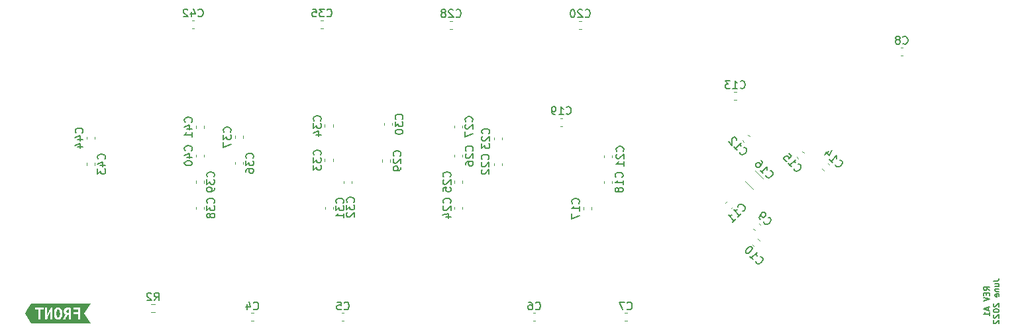
<source format=gbr>
%TF.GenerationSoftware,KiCad,Pcbnew,(6.0.6)*%
%TF.CreationDate,2022-07-10T09:52:36+02:00*%
%TF.ProjectId,GottaGoFaSDZ3,476f7474-6147-46f4-9661-53445a332e6b,rev?*%
%TF.SameCoordinates,Original*%
%TF.FileFunction,Legend,Bot*%
%TF.FilePolarity,Positive*%
%FSLAX46Y46*%
G04 Gerber Fmt 4.6, Leading zero omitted, Abs format (unit mm)*
G04 Created by KiCad (PCBNEW (6.0.6)) date 2022-07-10 09:52:36*
%MOMM*%
%LPD*%
G01*
G04 APERTURE LIST*
%ADD10C,0.150000*%
%ADD11C,0.120000*%
G04 APERTURE END LIST*
D10*
X214821617Y-103754125D02*
X214464474Y-103504125D01*
X214821617Y-103325554D02*
X214071617Y-103325554D01*
X214071617Y-103611268D01*
X214107332Y-103682697D01*
X214143046Y-103718411D01*
X214214474Y-103754125D01*
X214321617Y-103754125D01*
X214393046Y-103718411D01*
X214428760Y-103682697D01*
X214464474Y-103611268D01*
X214464474Y-103325554D01*
X214428760Y-104075554D02*
X214428760Y-104325554D01*
X214821617Y-104432697D02*
X214821617Y-104075554D01*
X214071617Y-104075554D01*
X214071617Y-104432697D01*
X214071617Y-104646983D02*
X214821617Y-104896983D01*
X214071617Y-105146983D01*
X214607332Y-105932697D02*
X214607332Y-106289840D01*
X214821617Y-105861268D02*
X214071617Y-106111268D01*
X214821617Y-106361268D01*
X214821617Y-107004125D02*
X214821617Y-106575554D01*
X214821617Y-106789840D02*
X214071617Y-106789840D01*
X214178760Y-106718411D01*
X214250189Y-106646983D01*
X214285903Y-106575554D01*
X215279117Y-102539840D02*
X215814832Y-102539840D01*
X215921974Y-102504125D01*
X215993403Y-102432697D01*
X216029117Y-102325554D01*
X216029117Y-102254125D01*
X215529117Y-103218411D02*
X216029117Y-103218411D01*
X215529117Y-102896983D02*
X215921974Y-102896983D01*
X215993403Y-102932697D01*
X216029117Y-103004125D01*
X216029117Y-103111268D01*
X215993403Y-103182697D01*
X215957689Y-103218411D01*
X215529117Y-103575554D02*
X216029117Y-103575554D01*
X215600546Y-103575554D02*
X215564832Y-103611268D01*
X215529117Y-103682697D01*
X215529117Y-103789840D01*
X215564832Y-103861268D01*
X215636260Y-103896983D01*
X216029117Y-103896983D01*
X215993403Y-104539840D02*
X216029117Y-104468411D01*
X216029117Y-104325554D01*
X215993403Y-104254125D01*
X215921974Y-104218411D01*
X215636260Y-104218411D01*
X215564832Y-104254125D01*
X215529117Y-104325554D01*
X215529117Y-104468411D01*
X215564832Y-104539840D01*
X215636260Y-104575554D01*
X215707689Y-104575554D01*
X215779117Y-104218411D01*
X215350546Y-105432697D02*
X215314832Y-105468411D01*
X215279117Y-105539840D01*
X215279117Y-105718411D01*
X215314832Y-105789840D01*
X215350546Y-105825554D01*
X215421974Y-105861268D01*
X215493403Y-105861268D01*
X215600546Y-105825554D01*
X216029117Y-105396983D01*
X216029117Y-105861268D01*
X215279117Y-106325554D02*
X215279117Y-106396983D01*
X215314832Y-106468411D01*
X215350546Y-106504125D01*
X215421974Y-106539840D01*
X215564832Y-106575554D01*
X215743403Y-106575554D01*
X215886260Y-106539840D01*
X215957689Y-106504125D01*
X215993403Y-106468411D01*
X216029117Y-106396983D01*
X216029117Y-106325554D01*
X215993403Y-106254125D01*
X215957689Y-106218411D01*
X215886260Y-106182697D01*
X215743403Y-106146983D01*
X215564832Y-106146983D01*
X215421974Y-106182697D01*
X215350546Y-106218411D01*
X215314832Y-106254125D01*
X215279117Y-106325554D01*
X215350546Y-106861268D02*
X215314832Y-106896983D01*
X215279117Y-106968411D01*
X215279117Y-107146983D01*
X215314832Y-107218411D01*
X215350546Y-107254125D01*
X215421974Y-107289840D01*
X215493403Y-107289840D01*
X215600546Y-107254125D01*
X216029117Y-106825554D01*
X216029117Y-107289840D01*
X215350546Y-107575554D02*
X215314832Y-107611268D01*
X215279117Y-107682697D01*
X215279117Y-107861268D01*
X215314832Y-107932697D01*
X215350546Y-107968411D01*
X215421974Y-108004125D01*
X215493403Y-108004125D01*
X215600546Y-107968411D01*
X216029117Y-107539840D01*
X216029117Y-108004125D01*
%TO.C,C16*%
X186224035Y-89015591D02*
X186224035Y-89082935D01*
X186291379Y-89217622D01*
X186358722Y-89284965D01*
X186493409Y-89352309D01*
X186628096Y-89352309D01*
X186729111Y-89318637D01*
X186897470Y-89217622D01*
X186998485Y-89116607D01*
X187099501Y-88948248D01*
X187133172Y-88847233D01*
X187133172Y-88712546D01*
X187065829Y-88577859D01*
X186998485Y-88510515D01*
X186863798Y-88443172D01*
X186796455Y-88443172D01*
X185483256Y-88409500D02*
X185887317Y-88813561D01*
X185685287Y-88611530D02*
X186392394Y-87904423D01*
X186358722Y-88072782D01*
X186358722Y-88207469D01*
X186392394Y-88308484D01*
X185584272Y-87096301D02*
X185718959Y-87230988D01*
X185752630Y-87332004D01*
X185752630Y-87399347D01*
X185718959Y-87567706D01*
X185617943Y-87736065D01*
X185348569Y-88005439D01*
X185247554Y-88039110D01*
X185180211Y-88039110D01*
X185079195Y-88005439D01*
X184944508Y-87870752D01*
X184910837Y-87769736D01*
X184910837Y-87702393D01*
X184944508Y-87601378D01*
X185112867Y-87433019D01*
X185213882Y-87399347D01*
X185281226Y-87399347D01*
X185382241Y-87433019D01*
X185516928Y-87567706D01*
X185550600Y-87668721D01*
X185550600Y-87736065D01*
X185516928Y-87837080D01*
%TO.C,C17*%
X162313854Y-92624219D02*
X162361473Y-92576600D01*
X162409092Y-92433743D01*
X162409092Y-92338505D01*
X162361473Y-92195648D01*
X162266235Y-92100410D01*
X162170997Y-92052791D01*
X161980521Y-92005172D01*
X161837664Y-92005172D01*
X161647188Y-92052791D01*
X161551950Y-92100410D01*
X161456712Y-92195648D01*
X161409092Y-92338505D01*
X161409092Y-92433743D01*
X161456712Y-92576600D01*
X161504331Y-92624219D01*
X162409092Y-93576600D02*
X162409092Y-93005172D01*
X162409092Y-93290886D02*
X161409092Y-93290886D01*
X161551950Y-93195648D01*
X161647188Y-93100410D01*
X161694807Y-93005172D01*
X161409092Y-93909934D02*
X161409092Y-94576600D01*
X162409092Y-94148029D01*
%TO.C,C32*%
X133536611Y-92467432D02*
X133584230Y-92419813D01*
X133631849Y-92276956D01*
X133631849Y-92181718D01*
X133584230Y-92038861D01*
X133488992Y-91943623D01*
X133393754Y-91896004D01*
X133203278Y-91848385D01*
X133060421Y-91848385D01*
X132869945Y-91896004D01*
X132774707Y-91943623D01*
X132679469Y-92038861D01*
X132631849Y-92181718D01*
X132631849Y-92276956D01*
X132679469Y-92419813D01*
X132727088Y-92467432D01*
X132631849Y-92800766D02*
X132631849Y-93419813D01*
X133012802Y-93086480D01*
X133012802Y-93229337D01*
X133060421Y-93324575D01*
X133108040Y-93372194D01*
X133203278Y-93419813D01*
X133441373Y-93419813D01*
X133536611Y-93372194D01*
X133584230Y-93324575D01*
X133631849Y-93229337D01*
X133631849Y-92943623D01*
X133584230Y-92848385D01*
X133536611Y-92800766D01*
X132727088Y-93800766D02*
X132679469Y-93848385D01*
X132631849Y-93943623D01*
X132631849Y-94181718D01*
X132679469Y-94276956D01*
X132727088Y-94324575D01*
X132822326Y-94372194D01*
X132917564Y-94372194D01*
X133060421Y-94324575D01*
X133631849Y-93753147D01*
X133631849Y-94372194D01*
%TO.C,C25*%
X145848011Y-89228632D02*
X145895630Y-89181013D01*
X145943249Y-89038156D01*
X145943249Y-88942918D01*
X145895630Y-88800061D01*
X145800392Y-88704823D01*
X145705154Y-88657204D01*
X145514678Y-88609585D01*
X145371821Y-88609585D01*
X145181345Y-88657204D01*
X145086107Y-88704823D01*
X144990869Y-88800061D01*
X144943249Y-88942918D01*
X144943249Y-89038156D01*
X144990869Y-89181013D01*
X145038488Y-89228632D01*
X145038488Y-89609585D02*
X144990869Y-89657204D01*
X144943249Y-89752442D01*
X144943249Y-89990537D01*
X144990869Y-90085775D01*
X145038488Y-90133394D01*
X145133726Y-90181013D01*
X145228964Y-90181013D01*
X145371821Y-90133394D01*
X145943249Y-89561966D01*
X145943249Y-90181013D01*
X144943249Y-91085775D02*
X144943249Y-90609585D01*
X145419440Y-90561966D01*
X145371821Y-90609585D01*
X145324202Y-90704823D01*
X145324202Y-90942918D01*
X145371821Y-91038156D01*
X145419440Y-91085775D01*
X145514678Y-91133394D01*
X145752773Y-91133394D01*
X145848011Y-91085775D01*
X145895630Y-91038156D01*
X145943249Y-90942918D01*
X145943249Y-90704823D01*
X145895630Y-90609585D01*
X145848011Y-90561966D01*
%TO.C,C22*%
X150743711Y-86981632D02*
X150791330Y-86934013D01*
X150838949Y-86791156D01*
X150838949Y-86695918D01*
X150791330Y-86553061D01*
X150696092Y-86457823D01*
X150600854Y-86410204D01*
X150410378Y-86362585D01*
X150267521Y-86362585D01*
X150077045Y-86410204D01*
X149981807Y-86457823D01*
X149886569Y-86553061D01*
X149838949Y-86695918D01*
X149838949Y-86791156D01*
X149886569Y-86934013D01*
X149934188Y-86981632D01*
X149934188Y-87362585D02*
X149886569Y-87410204D01*
X149838949Y-87505442D01*
X149838949Y-87743537D01*
X149886569Y-87838775D01*
X149934188Y-87886394D01*
X150029426Y-87934013D01*
X150124664Y-87934013D01*
X150267521Y-87886394D01*
X150838949Y-87314966D01*
X150838949Y-87934013D01*
X149934188Y-88314966D02*
X149886569Y-88362585D01*
X149838949Y-88457823D01*
X149838949Y-88695918D01*
X149886569Y-88791156D01*
X149934188Y-88838775D01*
X150029426Y-88886394D01*
X150124664Y-88886394D01*
X150267521Y-88838775D01*
X150838949Y-88267347D01*
X150838949Y-88886394D01*
%TO.C,C12*%
X182862218Y-86027433D02*
X182862218Y-86094777D01*
X182929562Y-86229464D01*
X182996905Y-86296807D01*
X183131592Y-86364151D01*
X183266279Y-86364151D01*
X183367294Y-86330479D01*
X183535653Y-86229464D01*
X183636668Y-86128449D01*
X183737684Y-85960090D01*
X183771355Y-85859075D01*
X183771355Y-85724388D01*
X183704012Y-85589701D01*
X183636668Y-85522357D01*
X183501981Y-85455014D01*
X183434638Y-85455014D01*
X182121439Y-85421342D02*
X182525500Y-85825403D01*
X182323470Y-85623372D02*
X183030577Y-84916265D01*
X182996905Y-85084624D01*
X182996905Y-85219311D01*
X183030577Y-85320326D01*
X182491829Y-84512204D02*
X182491829Y-84444861D01*
X182458157Y-84343846D01*
X182289798Y-84175487D01*
X182188783Y-84141815D01*
X182121439Y-84141815D01*
X182020424Y-84175487D01*
X181953081Y-84242830D01*
X181885737Y-84377517D01*
X181885737Y-85185639D01*
X181448004Y-84747907D01*
%TO.C,C27*%
X148681211Y-82142032D02*
X148728830Y-82094413D01*
X148776449Y-81951556D01*
X148776449Y-81856318D01*
X148728830Y-81713461D01*
X148633592Y-81618223D01*
X148538354Y-81570604D01*
X148347878Y-81522985D01*
X148205021Y-81522985D01*
X148014545Y-81570604D01*
X147919307Y-81618223D01*
X147824069Y-81713461D01*
X147776449Y-81856318D01*
X147776449Y-81951556D01*
X147824069Y-82094413D01*
X147871688Y-82142032D01*
X147871688Y-82522985D02*
X147824069Y-82570604D01*
X147776449Y-82665842D01*
X147776449Y-82903937D01*
X147824069Y-82999175D01*
X147871688Y-83046794D01*
X147966926Y-83094413D01*
X148062164Y-83094413D01*
X148205021Y-83046794D01*
X148776449Y-82475366D01*
X148776449Y-83094413D01*
X147776449Y-83427747D02*
X147776449Y-84094413D01*
X148776449Y-83665842D01*
%TO.C,C10*%
X184908450Y-100021342D02*
X184908450Y-100088686D01*
X184975794Y-100223373D01*
X185043137Y-100290716D01*
X185177824Y-100358060D01*
X185312511Y-100358060D01*
X185413526Y-100324388D01*
X185581885Y-100223373D01*
X185682900Y-100122358D01*
X185783916Y-99953999D01*
X185817587Y-99852984D01*
X185817587Y-99718297D01*
X185750244Y-99583610D01*
X185682900Y-99516266D01*
X185548213Y-99448923D01*
X185480870Y-99448923D01*
X184167671Y-99415251D02*
X184571732Y-99819312D01*
X184369702Y-99617281D02*
X185076809Y-98910174D01*
X185043137Y-99078533D01*
X185043137Y-99213220D01*
X185076809Y-99314235D01*
X184437045Y-98270411D02*
X184369702Y-98203068D01*
X184268687Y-98169396D01*
X184201343Y-98169396D01*
X184100328Y-98203068D01*
X183931969Y-98304083D01*
X183763610Y-98472442D01*
X183662595Y-98640800D01*
X183628923Y-98741816D01*
X183628923Y-98809159D01*
X183662595Y-98910174D01*
X183729939Y-98977518D01*
X183830954Y-99011190D01*
X183898297Y-99011190D01*
X183999313Y-98977518D01*
X184167671Y-98876503D01*
X184336030Y-98708144D01*
X184437045Y-98539785D01*
X184470717Y-98438770D01*
X184470717Y-98371426D01*
X184437045Y-98270411D01*
%TO.C,C13*%
X182948838Y-77829258D02*
X182996457Y-77876877D01*
X183139314Y-77924496D01*
X183234552Y-77924496D01*
X183377409Y-77876877D01*
X183472647Y-77781639D01*
X183520266Y-77686401D01*
X183567885Y-77495925D01*
X183567885Y-77353068D01*
X183520266Y-77162592D01*
X183472647Y-77067354D01*
X183377409Y-76972116D01*
X183234552Y-76924496D01*
X183139314Y-76924496D01*
X182996457Y-76972116D01*
X182948838Y-77019735D01*
X181996457Y-77924496D02*
X182567885Y-77924496D01*
X182282171Y-77924496D02*
X182282171Y-76924496D01*
X182377409Y-77067354D01*
X182472647Y-77162592D01*
X182567885Y-77210211D01*
X181663123Y-76924496D02*
X181044076Y-76924496D01*
X181377409Y-77305449D01*
X181234552Y-77305449D01*
X181139314Y-77353068D01*
X181091695Y-77400687D01*
X181044076Y-77495925D01*
X181044076Y-77734020D01*
X181091695Y-77829258D01*
X181139314Y-77876877D01*
X181234552Y-77924496D01*
X181520266Y-77924496D01*
X181615504Y-77876877D01*
X181663123Y-77829258D01*
%TO.C,C33*%
X129287211Y-86435232D02*
X129334830Y-86387613D01*
X129382449Y-86244756D01*
X129382449Y-86149518D01*
X129334830Y-86006661D01*
X129239592Y-85911423D01*
X129144354Y-85863804D01*
X128953878Y-85816185D01*
X128811021Y-85816185D01*
X128620545Y-85863804D01*
X128525307Y-85911423D01*
X128430069Y-86006661D01*
X128382449Y-86149518D01*
X128382449Y-86244756D01*
X128430069Y-86387613D01*
X128477688Y-86435232D01*
X128382449Y-86768566D02*
X128382449Y-87387613D01*
X128763402Y-87054280D01*
X128763402Y-87197137D01*
X128811021Y-87292375D01*
X128858640Y-87339994D01*
X128953878Y-87387613D01*
X129191973Y-87387613D01*
X129287211Y-87339994D01*
X129334830Y-87292375D01*
X129382449Y-87197137D01*
X129382449Y-86911423D01*
X129334830Y-86816185D01*
X129287211Y-86768566D01*
X128382449Y-87720947D02*
X128382449Y-88339994D01*
X128763402Y-88006661D01*
X128763402Y-88149518D01*
X128811021Y-88244756D01*
X128858640Y-88292375D01*
X128953878Y-88339994D01*
X129191973Y-88339994D01*
X129287211Y-88292375D01*
X129334830Y-88244756D01*
X129382449Y-88149518D01*
X129382449Y-87863804D01*
X129334830Y-87768566D01*
X129287211Y-87720947D01*
%TO.C,C23*%
X150814811Y-83679632D02*
X150862430Y-83632013D01*
X150910049Y-83489156D01*
X150910049Y-83393918D01*
X150862430Y-83251061D01*
X150767192Y-83155823D01*
X150671954Y-83108204D01*
X150481478Y-83060585D01*
X150338621Y-83060585D01*
X150148145Y-83108204D01*
X150052907Y-83155823D01*
X149957669Y-83251061D01*
X149910049Y-83393918D01*
X149910049Y-83489156D01*
X149957669Y-83632013D01*
X150005288Y-83679632D01*
X150005288Y-84060585D02*
X149957669Y-84108204D01*
X149910049Y-84203442D01*
X149910049Y-84441537D01*
X149957669Y-84536775D01*
X150005288Y-84584394D01*
X150100526Y-84632013D01*
X150195764Y-84632013D01*
X150338621Y-84584394D01*
X150910049Y-84012966D01*
X150910049Y-84632013D01*
X149910049Y-84965347D02*
X149910049Y-85584394D01*
X150291002Y-85251061D01*
X150291002Y-85393918D01*
X150338621Y-85489156D01*
X150386240Y-85536775D01*
X150481478Y-85584394D01*
X150719573Y-85584394D01*
X150814811Y-85536775D01*
X150862430Y-85489156D01*
X150910049Y-85393918D01*
X150910049Y-85108204D01*
X150862430Y-85012966D01*
X150814811Y-84965347D01*
%TO.C,C8*%
X203745286Y-72137778D02*
X203792905Y-72185397D01*
X203935762Y-72233016D01*
X204031000Y-72233016D01*
X204173858Y-72185397D01*
X204269096Y-72090159D01*
X204316715Y-71994921D01*
X204364334Y-71804445D01*
X204364334Y-71661588D01*
X204316715Y-71471112D01*
X204269096Y-71375874D01*
X204173858Y-71280636D01*
X204031000Y-71233016D01*
X203935762Y-71233016D01*
X203792905Y-71280636D01*
X203745286Y-71328255D01*
X203173858Y-71661588D02*
X203269096Y-71613969D01*
X203316715Y-71566350D01*
X203364334Y-71471112D01*
X203364334Y-71423493D01*
X203316715Y-71328255D01*
X203269096Y-71280636D01*
X203173858Y-71233016D01*
X202983381Y-71233016D01*
X202888143Y-71280636D01*
X202840524Y-71328255D01*
X202792905Y-71423493D01*
X202792905Y-71471112D01*
X202840524Y-71566350D01*
X202888143Y-71613969D01*
X202983381Y-71661588D01*
X203173858Y-71661588D01*
X203269096Y-71709207D01*
X203316715Y-71756826D01*
X203364334Y-71852064D01*
X203364334Y-72042540D01*
X203316715Y-72137778D01*
X203269096Y-72185397D01*
X203173858Y-72233016D01*
X202983381Y-72233016D01*
X202888143Y-72185397D01*
X202840524Y-72137778D01*
X202792905Y-72042540D01*
X202792905Y-71852064D01*
X202840524Y-71756826D01*
X202888143Y-71709207D01*
X202983381Y-71661588D01*
%TO.C,C31*%
X132178811Y-92569632D02*
X132226430Y-92522013D01*
X132274049Y-92379156D01*
X132274049Y-92283918D01*
X132226430Y-92141061D01*
X132131192Y-92045823D01*
X132035954Y-91998204D01*
X131845478Y-91950585D01*
X131702621Y-91950585D01*
X131512145Y-91998204D01*
X131416907Y-92045823D01*
X131321669Y-92141061D01*
X131274049Y-92283918D01*
X131274049Y-92379156D01*
X131321669Y-92522013D01*
X131369288Y-92569632D01*
X131274049Y-92902966D02*
X131274049Y-93522013D01*
X131655002Y-93188680D01*
X131655002Y-93331537D01*
X131702621Y-93426775D01*
X131750240Y-93474394D01*
X131845478Y-93522013D01*
X132083573Y-93522013D01*
X132178811Y-93474394D01*
X132226430Y-93426775D01*
X132274049Y-93331537D01*
X132274049Y-93045823D01*
X132226430Y-92950585D01*
X132178811Y-92902966D01*
X132274049Y-94474394D02*
X132274049Y-93902966D01*
X132274049Y-94188680D02*
X131274049Y-94188680D01*
X131416907Y-94093442D01*
X131512145Y-93998204D01*
X131559764Y-93902966D01*
%TO.C,R2*%
X108038086Y-105067616D02*
X108371420Y-104591426D01*
X108609515Y-105067616D02*
X108609515Y-104067616D01*
X108228562Y-104067616D01*
X108133324Y-104115236D01*
X108085705Y-104162855D01*
X108038086Y-104258093D01*
X108038086Y-104400950D01*
X108085705Y-104496188D01*
X108133324Y-104543807D01*
X108228562Y-104591426D01*
X108609515Y-104591426D01*
X107657134Y-104162855D02*
X107609515Y-104115236D01*
X107514277Y-104067616D01*
X107276181Y-104067616D01*
X107180943Y-104115236D01*
X107133324Y-104162855D01*
X107085705Y-104258093D01*
X107085705Y-104353331D01*
X107133324Y-104496188D01*
X107704753Y-105067616D01*
X107085705Y-105067616D01*
%TO.C,C6*%
X156783066Y-106148378D02*
X156830685Y-106195997D01*
X156973542Y-106243616D01*
X157068780Y-106243616D01*
X157211638Y-106195997D01*
X157306876Y-106100759D01*
X157354495Y-106005521D01*
X157402114Y-105815045D01*
X157402114Y-105672188D01*
X157354495Y-105481712D01*
X157306876Y-105386474D01*
X157211638Y-105291236D01*
X157068780Y-105243616D01*
X156973542Y-105243616D01*
X156830685Y-105291236D01*
X156783066Y-105338855D01*
X155925923Y-105243616D02*
X156116400Y-105243616D01*
X156211638Y-105291236D01*
X156259257Y-105338855D01*
X156354495Y-105481712D01*
X156402114Y-105672188D01*
X156402114Y-106053140D01*
X156354495Y-106148378D01*
X156306876Y-106195997D01*
X156211638Y-106243616D01*
X156021161Y-106243616D01*
X155925923Y-106195997D01*
X155878304Y-106148378D01*
X155830685Y-106053140D01*
X155830685Y-105815045D01*
X155878304Y-105719807D01*
X155925923Y-105672188D01*
X156021161Y-105624569D01*
X156211638Y-105624569D01*
X156306876Y-105672188D01*
X156354495Y-105719807D01*
X156402114Y-105815045D01*
%TO.C,C26*%
X148706611Y-85901232D02*
X148754230Y-85853613D01*
X148801849Y-85710756D01*
X148801849Y-85615518D01*
X148754230Y-85472661D01*
X148658992Y-85377423D01*
X148563754Y-85329804D01*
X148373278Y-85282185D01*
X148230421Y-85282185D01*
X148039945Y-85329804D01*
X147944707Y-85377423D01*
X147849469Y-85472661D01*
X147801849Y-85615518D01*
X147801849Y-85710756D01*
X147849469Y-85853613D01*
X147897088Y-85901232D01*
X147897088Y-86282185D02*
X147849469Y-86329804D01*
X147801849Y-86425042D01*
X147801849Y-86663137D01*
X147849469Y-86758375D01*
X147897088Y-86805994D01*
X147992326Y-86853613D01*
X148087564Y-86853613D01*
X148230421Y-86805994D01*
X148801849Y-86234566D01*
X148801849Y-86853613D01*
X147801849Y-87710756D02*
X147801849Y-87520280D01*
X147849469Y-87425042D01*
X147897088Y-87377423D01*
X148039945Y-87282185D01*
X148230421Y-87234566D01*
X148611373Y-87234566D01*
X148706611Y-87282185D01*
X148754230Y-87329804D01*
X148801849Y-87425042D01*
X148801849Y-87615518D01*
X148754230Y-87710756D01*
X148706611Y-87758375D01*
X148611373Y-87805994D01*
X148373278Y-87805994D01*
X148278040Y-87758375D01*
X148230421Y-87710756D01*
X148182802Y-87615518D01*
X148182802Y-87425042D01*
X148230421Y-87329804D01*
X148278040Y-87282185D01*
X148373278Y-87234566D01*
%TO.C,C35*%
X130113926Y-68644832D02*
X130161545Y-68692451D01*
X130304402Y-68740070D01*
X130399640Y-68740070D01*
X130542497Y-68692451D01*
X130637735Y-68597213D01*
X130685354Y-68501975D01*
X130732973Y-68311499D01*
X130732973Y-68168642D01*
X130685354Y-67978166D01*
X130637735Y-67882928D01*
X130542497Y-67787690D01*
X130399640Y-67740070D01*
X130304402Y-67740070D01*
X130161545Y-67787690D01*
X130113926Y-67835309D01*
X129780592Y-67740070D02*
X129161545Y-67740070D01*
X129494878Y-68121023D01*
X129352021Y-68121023D01*
X129256783Y-68168642D01*
X129209164Y-68216261D01*
X129161545Y-68311499D01*
X129161545Y-68549594D01*
X129209164Y-68644832D01*
X129256783Y-68692451D01*
X129352021Y-68740070D01*
X129637735Y-68740070D01*
X129732973Y-68692451D01*
X129780592Y-68644832D01*
X128256783Y-67740070D02*
X128732973Y-67740070D01*
X128780592Y-68216261D01*
X128732973Y-68168642D01*
X128637735Y-68121023D01*
X128399640Y-68121023D01*
X128304402Y-68168642D01*
X128256783Y-68216261D01*
X128209164Y-68311499D01*
X128209164Y-68549594D01*
X128256783Y-68644832D01*
X128304402Y-68692451D01*
X128399640Y-68740070D01*
X128637735Y-68740070D01*
X128732973Y-68692451D01*
X128780592Y-68644832D01*
%TO.C,C28*%
X146623926Y-68709632D02*
X146671545Y-68757251D01*
X146814402Y-68804870D01*
X146909640Y-68804870D01*
X147052497Y-68757251D01*
X147147735Y-68662013D01*
X147195354Y-68566775D01*
X147242973Y-68376299D01*
X147242973Y-68233442D01*
X147195354Y-68042966D01*
X147147735Y-67947728D01*
X147052497Y-67852490D01*
X146909640Y-67804870D01*
X146814402Y-67804870D01*
X146671545Y-67852490D01*
X146623926Y-67900109D01*
X146242973Y-67900109D02*
X146195354Y-67852490D01*
X146100116Y-67804870D01*
X145862021Y-67804870D01*
X145766783Y-67852490D01*
X145719164Y-67900109D01*
X145671545Y-67995347D01*
X145671545Y-68090585D01*
X145719164Y-68233442D01*
X146290592Y-68804870D01*
X145671545Y-68804870D01*
X145100116Y-68233442D02*
X145195354Y-68185823D01*
X145242973Y-68138204D01*
X145290592Y-68042966D01*
X145290592Y-67995347D01*
X145242973Y-67900109D01*
X145195354Y-67852490D01*
X145100116Y-67804870D01*
X144909640Y-67804870D01*
X144814402Y-67852490D01*
X144766783Y-67900109D01*
X144719164Y-67995347D01*
X144719164Y-68042966D01*
X144766783Y-68138204D01*
X144814402Y-68185823D01*
X144909640Y-68233442D01*
X145100116Y-68233442D01*
X145195354Y-68281061D01*
X145242973Y-68328680D01*
X145290592Y-68423918D01*
X145290592Y-68614394D01*
X145242973Y-68709632D01*
X145195354Y-68757251D01*
X145100116Y-68804870D01*
X144909640Y-68804870D01*
X144814402Y-68757251D01*
X144766783Y-68709632D01*
X144719164Y-68614394D01*
X144719164Y-68423918D01*
X144766783Y-68328680D01*
X144814402Y-68281061D01*
X144909640Y-68233442D01*
%TO.C,C34*%
X129287211Y-82041032D02*
X129334830Y-81993413D01*
X129382449Y-81850556D01*
X129382449Y-81755318D01*
X129334830Y-81612461D01*
X129239592Y-81517223D01*
X129144354Y-81469604D01*
X128953878Y-81421985D01*
X128811021Y-81421985D01*
X128620545Y-81469604D01*
X128525307Y-81517223D01*
X128430069Y-81612461D01*
X128382449Y-81755318D01*
X128382449Y-81850556D01*
X128430069Y-81993413D01*
X128477688Y-82041032D01*
X128382449Y-82374366D02*
X128382449Y-82993413D01*
X128763402Y-82660080D01*
X128763402Y-82802937D01*
X128811021Y-82898175D01*
X128858640Y-82945794D01*
X128953878Y-82993413D01*
X129191973Y-82993413D01*
X129287211Y-82945794D01*
X129334830Y-82898175D01*
X129382449Y-82802937D01*
X129382449Y-82517223D01*
X129334830Y-82421985D01*
X129287211Y-82374366D01*
X128715783Y-83850556D02*
X129382449Y-83850556D01*
X128334830Y-83612461D02*
X129049116Y-83374366D01*
X129049116Y-83993413D01*
%TO.C,C29*%
X139486711Y-86538632D02*
X139534330Y-86491013D01*
X139581949Y-86348156D01*
X139581949Y-86252918D01*
X139534330Y-86110061D01*
X139439092Y-86014823D01*
X139343854Y-85967204D01*
X139153378Y-85919585D01*
X139010521Y-85919585D01*
X138820045Y-85967204D01*
X138724807Y-86014823D01*
X138629569Y-86110061D01*
X138581949Y-86252918D01*
X138581949Y-86348156D01*
X138629569Y-86491013D01*
X138677188Y-86538632D01*
X138677188Y-86919585D02*
X138629569Y-86967204D01*
X138581949Y-87062442D01*
X138581949Y-87300537D01*
X138629569Y-87395775D01*
X138677188Y-87443394D01*
X138772426Y-87491013D01*
X138867664Y-87491013D01*
X139010521Y-87443394D01*
X139581949Y-86871966D01*
X139581949Y-87491013D01*
X139581949Y-87967204D02*
X139581949Y-88157680D01*
X139534330Y-88252918D01*
X139486711Y-88300537D01*
X139343854Y-88395775D01*
X139153378Y-88443394D01*
X138772426Y-88443394D01*
X138677188Y-88395775D01*
X138629569Y-88348156D01*
X138581949Y-88252918D01*
X138581949Y-88062442D01*
X138629569Y-87967204D01*
X138677188Y-87919585D01*
X138772426Y-87871966D01*
X139010521Y-87871966D01*
X139105759Y-87919585D01*
X139153378Y-87967204D01*
X139200997Y-88062442D01*
X139200997Y-88252918D01*
X139153378Y-88348156D01*
X139105759Y-88395775D01*
X139010521Y-88443394D01*
%TO.C,C14*%
X195079898Y-87629030D02*
X195079898Y-87696374D01*
X195147242Y-87831061D01*
X195214585Y-87898404D01*
X195349272Y-87965748D01*
X195483959Y-87965748D01*
X195584974Y-87932076D01*
X195753333Y-87831061D01*
X195854348Y-87730046D01*
X195955364Y-87561687D01*
X195989035Y-87460672D01*
X195989035Y-87325985D01*
X195921692Y-87191298D01*
X195854348Y-87123954D01*
X195719661Y-87056611D01*
X195652318Y-87056611D01*
X194339119Y-87022939D02*
X194743180Y-87427000D01*
X194541150Y-87224969D02*
X195248257Y-86517862D01*
X195214585Y-86686221D01*
X195214585Y-86820908D01*
X195248257Y-86921923D01*
X194204432Y-85945443D02*
X193733028Y-86416847D01*
X194642165Y-85844427D02*
X194305448Y-86517862D01*
X193867715Y-86080130D01*
%TO.C,C38*%
X115668810Y-92569631D02*
X115716429Y-92522012D01*
X115764048Y-92379155D01*
X115764048Y-92283917D01*
X115716429Y-92141060D01*
X115621191Y-92045822D01*
X115525953Y-91998203D01*
X115335477Y-91950584D01*
X115192620Y-91950584D01*
X115002144Y-91998203D01*
X114906906Y-92045822D01*
X114811668Y-92141060D01*
X114764048Y-92283917D01*
X114764048Y-92379155D01*
X114811668Y-92522012D01*
X114859287Y-92569631D01*
X114764048Y-92902965D02*
X114764048Y-93522012D01*
X115145001Y-93188679D01*
X115145001Y-93331536D01*
X115192620Y-93426774D01*
X115240239Y-93474393D01*
X115335477Y-93522012D01*
X115573572Y-93522012D01*
X115668810Y-93474393D01*
X115716429Y-93426774D01*
X115764048Y-93331536D01*
X115764048Y-93045822D01*
X115716429Y-92950584D01*
X115668810Y-92902965D01*
X115192620Y-94093441D02*
X115145001Y-93998203D01*
X115097382Y-93950584D01*
X115002144Y-93902965D01*
X114954525Y-93902965D01*
X114859287Y-93950584D01*
X114811668Y-93998203D01*
X114764048Y-94093441D01*
X114764048Y-94283917D01*
X114811668Y-94379155D01*
X114859287Y-94426774D01*
X114954525Y-94474393D01*
X115002144Y-94474393D01*
X115097382Y-94426774D01*
X115145001Y-94379155D01*
X115192620Y-94283917D01*
X115192620Y-94093441D01*
X115240239Y-93998203D01*
X115287858Y-93950584D01*
X115383096Y-93902965D01*
X115573572Y-93902965D01*
X115668810Y-93950584D01*
X115716429Y-93998203D01*
X115764048Y-94093441D01*
X115764048Y-94283917D01*
X115716429Y-94379155D01*
X115668810Y-94426774D01*
X115573572Y-94474393D01*
X115383096Y-94474393D01*
X115287858Y-94426774D01*
X115240239Y-94379155D01*
X115192620Y-94283917D01*
%TO.C,C36*%
X120641011Y-86829432D02*
X120688630Y-86781813D01*
X120736249Y-86638956D01*
X120736249Y-86543718D01*
X120688630Y-86400861D01*
X120593392Y-86305623D01*
X120498154Y-86258004D01*
X120307678Y-86210385D01*
X120164821Y-86210385D01*
X119974345Y-86258004D01*
X119879107Y-86305623D01*
X119783869Y-86400861D01*
X119736249Y-86543718D01*
X119736249Y-86638956D01*
X119783869Y-86781813D01*
X119831488Y-86829432D01*
X119736249Y-87162766D02*
X119736249Y-87781813D01*
X120117202Y-87448480D01*
X120117202Y-87591337D01*
X120164821Y-87686575D01*
X120212440Y-87734194D01*
X120307678Y-87781813D01*
X120545773Y-87781813D01*
X120641011Y-87734194D01*
X120688630Y-87686575D01*
X120736249Y-87591337D01*
X120736249Y-87305623D01*
X120688630Y-87210385D01*
X120641011Y-87162766D01*
X119736249Y-88638956D02*
X119736249Y-88448480D01*
X119783869Y-88353242D01*
X119831488Y-88305623D01*
X119974345Y-88210385D01*
X120164821Y-88162766D01*
X120545773Y-88162766D01*
X120641011Y-88210385D01*
X120688630Y-88258004D01*
X120736249Y-88353242D01*
X120736249Y-88543718D01*
X120688630Y-88638956D01*
X120641011Y-88686575D01*
X120545773Y-88734194D01*
X120307678Y-88734194D01*
X120212440Y-88686575D01*
X120164821Y-88638956D01*
X120117202Y-88543718D01*
X120117202Y-88353242D01*
X120164821Y-88258004D01*
X120212440Y-88210385D01*
X120307678Y-88162766D01*
%TO.C,C4*%
X120740466Y-106148378D02*
X120788085Y-106195997D01*
X120930942Y-106243616D01*
X121026180Y-106243616D01*
X121169038Y-106195997D01*
X121264276Y-106100759D01*
X121311895Y-106005521D01*
X121359514Y-105815045D01*
X121359514Y-105672188D01*
X121311895Y-105481712D01*
X121264276Y-105386474D01*
X121169038Y-105291236D01*
X121026180Y-105243616D01*
X120930942Y-105243616D01*
X120788085Y-105291236D01*
X120740466Y-105338855D01*
X119883323Y-105576950D02*
X119883323Y-106243616D01*
X120121419Y-105195997D02*
X120359514Y-105910283D01*
X119740466Y-105910283D01*
%TO.C,C18*%
X167860711Y-89279432D02*
X167908330Y-89231813D01*
X167955949Y-89088956D01*
X167955949Y-88993718D01*
X167908330Y-88850861D01*
X167813092Y-88755623D01*
X167717854Y-88708004D01*
X167527378Y-88660385D01*
X167384521Y-88660385D01*
X167194045Y-88708004D01*
X167098807Y-88755623D01*
X167003569Y-88850861D01*
X166955949Y-88993718D01*
X166955949Y-89088956D01*
X167003569Y-89231813D01*
X167051188Y-89279432D01*
X167955949Y-90231813D02*
X167955949Y-89660385D01*
X167955949Y-89946099D02*
X166955949Y-89946099D01*
X167098807Y-89850861D01*
X167194045Y-89755623D01*
X167241664Y-89660385D01*
X167384521Y-90803242D02*
X167336902Y-90708004D01*
X167289283Y-90660385D01*
X167194045Y-90612766D01*
X167146426Y-90612766D01*
X167051188Y-90660385D01*
X167003569Y-90708004D01*
X166955949Y-90803242D01*
X166955949Y-90993718D01*
X167003569Y-91088956D01*
X167051188Y-91136575D01*
X167146426Y-91184194D01*
X167194045Y-91184194D01*
X167289283Y-91136575D01*
X167336902Y-91088956D01*
X167384521Y-90993718D01*
X167384521Y-90803242D01*
X167432140Y-90708004D01*
X167479759Y-90660385D01*
X167574997Y-90612766D01*
X167765473Y-90612766D01*
X167860711Y-90660385D01*
X167908330Y-90708004D01*
X167955949Y-90803242D01*
X167955949Y-90993718D01*
X167908330Y-91088956D01*
X167860711Y-91136575D01*
X167765473Y-91184194D01*
X167574997Y-91184194D01*
X167479759Y-91136575D01*
X167432140Y-91088956D01*
X167384521Y-90993718D01*
%TO.C,C44*%
X98838811Y-83602832D02*
X98886430Y-83555213D01*
X98934049Y-83412356D01*
X98934049Y-83317118D01*
X98886430Y-83174261D01*
X98791192Y-83079023D01*
X98695954Y-83031404D01*
X98505478Y-82983785D01*
X98362621Y-82983785D01*
X98172145Y-83031404D01*
X98076907Y-83079023D01*
X97981669Y-83174261D01*
X97934049Y-83317118D01*
X97934049Y-83412356D01*
X97981669Y-83555213D01*
X98029288Y-83602832D01*
X98267383Y-84459975D02*
X98934049Y-84459975D01*
X97886430Y-84221880D02*
X98600716Y-83983785D01*
X98600716Y-84602832D01*
X98267383Y-85412356D02*
X98934049Y-85412356D01*
X97886430Y-85174261D02*
X98600716Y-84936166D01*
X98600716Y-85555213D01*
%TO.C,C15*%
X189805943Y-88148363D02*
X189805943Y-88215707D01*
X189873287Y-88350394D01*
X189940630Y-88417737D01*
X190075317Y-88485081D01*
X190210004Y-88485081D01*
X190311019Y-88451409D01*
X190479378Y-88350394D01*
X190580393Y-88249379D01*
X190681409Y-88081020D01*
X190715080Y-87980005D01*
X190715080Y-87845318D01*
X190647737Y-87710631D01*
X190580393Y-87643287D01*
X190445706Y-87575944D01*
X190378363Y-87575944D01*
X189065164Y-87542272D02*
X189469225Y-87946333D01*
X189267195Y-87744302D02*
X189974302Y-87037195D01*
X189940630Y-87205554D01*
X189940630Y-87340241D01*
X189974302Y-87441256D01*
X189132508Y-86195402D02*
X189469225Y-86532119D01*
X189166180Y-86902508D01*
X189166180Y-86835165D01*
X189132508Y-86734150D01*
X188964149Y-86565791D01*
X188863134Y-86532119D01*
X188795790Y-86532119D01*
X188694775Y-86565791D01*
X188526416Y-86734150D01*
X188492745Y-86835165D01*
X188492745Y-86902508D01*
X188526416Y-87003524D01*
X188694775Y-87171882D01*
X188795790Y-87205554D01*
X188863134Y-87205554D01*
%TO.C,C5*%
X132322866Y-106148378D02*
X132370485Y-106195997D01*
X132513342Y-106243616D01*
X132608580Y-106243616D01*
X132751438Y-106195997D01*
X132846676Y-106100759D01*
X132894295Y-106005521D01*
X132941914Y-105815045D01*
X132941914Y-105672188D01*
X132894295Y-105481712D01*
X132846676Y-105386474D01*
X132751438Y-105291236D01*
X132608580Y-105243616D01*
X132513342Y-105243616D01*
X132370485Y-105291236D01*
X132322866Y-105338855D01*
X131418104Y-105243616D02*
X131894295Y-105243616D01*
X131941914Y-105719807D01*
X131894295Y-105672188D01*
X131799057Y-105624569D01*
X131560961Y-105624569D01*
X131465723Y-105672188D01*
X131418104Y-105719807D01*
X131370485Y-105815045D01*
X131370485Y-106053140D01*
X131418104Y-106148378D01*
X131465723Y-106195997D01*
X131560961Y-106243616D01*
X131799057Y-106243616D01*
X131894295Y-106195997D01*
X131941914Y-106148378D01*
%TO.C,C19*%
X160720926Y-81141632D02*
X160768545Y-81189251D01*
X160911402Y-81236870D01*
X161006640Y-81236870D01*
X161149497Y-81189251D01*
X161244735Y-81094013D01*
X161292354Y-80998775D01*
X161339973Y-80808299D01*
X161339973Y-80665442D01*
X161292354Y-80474966D01*
X161244735Y-80379728D01*
X161149497Y-80284490D01*
X161006640Y-80236870D01*
X160911402Y-80236870D01*
X160768545Y-80284490D01*
X160720926Y-80332109D01*
X159768545Y-81236870D02*
X160339973Y-81236870D01*
X160054259Y-81236870D02*
X160054259Y-80236870D01*
X160149497Y-80379728D01*
X160244735Y-80474966D01*
X160339973Y-80522585D01*
X159292354Y-81236870D02*
X159101878Y-81236870D01*
X159006640Y-81189251D01*
X158959021Y-81141632D01*
X158863783Y-80998775D01*
X158816164Y-80808299D01*
X158816164Y-80427347D01*
X158863783Y-80332109D01*
X158911402Y-80284490D01*
X159006640Y-80236870D01*
X159197116Y-80236870D01*
X159292354Y-80284490D01*
X159339973Y-80332109D01*
X159387592Y-80427347D01*
X159387592Y-80665442D01*
X159339973Y-80760680D01*
X159292354Y-80808299D01*
X159197116Y-80855918D01*
X159006640Y-80855918D01*
X158911402Y-80808299D01*
X158863783Y-80760680D01*
X158816164Y-80665442D01*
%TO.C,C20*%
X163133926Y-68709632D02*
X163181545Y-68757251D01*
X163324402Y-68804870D01*
X163419640Y-68804870D01*
X163562497Y-68757251D01*
X163657735Y-68662013D01*
X163705354Y-68566775D01*
X163752973Y-68376299D01*
X163752973Y-68233442D01*
X163705354Y-68042966D01*
X163657735Y-67947728D01*
X163562497Y-67852490D01*
X163419640Y-67804870D01*
X163324402Y-67804870D01*
X163181545Y-67852490D01*
X163133926Y-67900109D01*
X162752973Y-67900109D02*
X162705354Y-67852490D01*
X162610116Y-67804870D01*
X162372021Y-67804870D01*
X162276783Y-67852490D01*
X162229164Y-67900109D01*
X162181545Y-67995347D01*
X162181545Y-68090585D01*
X162229164Y-68233442D01*
X162800592Y-68804870D01*
X162181545Y-68804870D01*
X161562497Y-67804870D02*
X161467259Y-67804870D01*
X161372021Y-67852490D01*
X161324402Y-67900109D01*
X161276783Y-67995347D01*
X161229164Y-68185823D01*
X161229164Y-68423918D01*
X161276783Y-68614394D01*
X161324402Y-68709632D01*
X161372021Y-68757251D01*
X161467259Y-68804870D01*
X161562497Y-68804870D01*
X161657735Y-68757251D01*
X161705354Y-68709632D01*
X161752973Y-68614394D01*
X161800592Y-68423918D01*
X161800592Y-68185823D01*
X161752973Y-67995347D01*
X161705354Y-67900109D01*
X161657735Y-67852490D01*
X161562497Y-67804870D01*
%TO.C,C39*%
X115662611Y-89217032D02*
X115710230Y-89169413D01*
X115757849Y-89026556D01*
X115757849Y-88931318D01*
X115710230Y-88788461D01*
X115614992Y-88693223D01*
X115519754Y-88645604D01*
X115329278Y-88597985D01*
X115186421Y-88597985D01*
X114995945Y-88645604D01*
X114900707Y-88693223D01*
X114805469Y-88788461D01*
X114757849Y-88931318D01*
X114757849Y-89026556D01*
X114805469Y-89169413D01*
X114853088Y-89217032D01*
X114757849Y-89550366D02*
X114757849Y-90169413D01*
X115138802Y-89836080D01*
X115138802Y-89978937D01*
X115186421Y-90074175D01*
X115234040Y-90121794D01*
X115329278Y-90169413D01*
X115567373Y-90169413D01*
X115662611Y-90121794D01*
X115710230Y-90074175D01*
X115757849Y-89978937D01*
X115757849Y-89693223D01*
X115710230Y-89597985D01*
X115662611Y-89550366D01*
X115757849Y-90645604D02*
X115757849Y-90836080D01*
X115710230Y-90931318D01*
X115662611Y-90978937D01*
X115519754Y-91074175D01*
X115329278Y-91121794D01*
X114948326Y-91121794D01*
X114853088Y-91074175D01*
X114805469Y-91026556D01*
X114757849Y-90931318D01*
X114757849Y-90740842D01*
X114805469Y-90645604D01*
X114853088Y-90597985D01*
X114948326Y-90550366D01*
X115186421Y-90550366D01*
X115281659Y-90597985D01*
X115329278Y-90645604D01*
X115376897Y-90740842D01*
X115376897Y-90931318D01*
X115329278Y-91026556D01*
X115281659Y-91074175D01*
X115186421Y-91121794D01*
%TO.C,C41*%
X112802611Y-82218832D02*
X112850230Y-82171213D01*
X112897849Y-82028356D01*
X112897849Y-81933118D01*
X112850230Y-81790261D01*
X112754992Y-81695023D01*
X112659754Y-81647404D01*
X112469278Y-81599785D01*
X112326421Y-81599785D01*
X112135945Y-81647404D01*
X112040707Y-81695023D01*
X111945469Y-81790261D01*
X111897849Y-81933118D01*
X111897849Y-82028356D01*
X111945469Y-82171213D01*
X111993088Y-82218832D01*
X112231183Y-83075975D02*
X112897849Y-83075975D01*
X111850230Y-82837880D02*
X112564516Y-82599785D01*
X112564516Y-83218832D01*
X112897849Y-84123594D02*
X112897849Y-83552166D01*
X112897849Y-83837880D02*
X111897849Y-83837880D01*
X112040707Y-83742642D01*
X112135945Y-83647404D01*
X112183564Y-83552166D01*
%TO.C,C11*%
X183230615Y-93627294D02*
X183297959Y-93627294D01*
X183432646Y-93559950D01*
X183499989Y-93492607D01*
X183567333Y-93357920D01*
X183567333Y-93223233D01*
X183533661Y-93122218D01*
X183432646Y-92953859D01*
X183331631Y-92852844D01*
X183163272Y-92751828D01*
X183062257Y-92718157D01*
X182927570Y-92718157D01*
X182792883Y-92785500D01*
X182725539Y-92852844D01*
X182658196Y-92987531D01*
X182658196Y-93054874D01*
X182624524Y-94368073D02*
X183028585Y-93964012D01*
X182826554Y-94166042D02*
X182119447Y-93458935D01*
X182287806Y-93492607D01*
X182422493Y-93492607D01*
X182523509Y-93458935D01*
X181951089Y-95041508D02*
X182355150Y-94637447D01*
X182153119Y-94839477D02*
X181446012Y-94132370D01*
X181614371Y-94166042D01*
X181749058Y-94166042D01*
X181850073Y-94132370D01*
%TO.C,C24*%
X145854211Y-92569632D02*
X145901830Y-92522013D01*
X145949449Y-92379156D01*
X145949449Y-92283918D01*
X145901830Y-92141061D01*
X145806592Y-92045823D01*
X145711354Y-91998204D01*
X145520878Y-91950585D01*
X145378021Y-91950585D01*
X145187545Y-91998204D01*
X145092307Y-92045823D01*
X144997069Y-92141061D01*
X144949449Y-92283918D01*
X144949449Y-92379156D01*
X144997069Y-92522013D01*
X145044688Y-92569632D01*
X145044688Y-92950585D02*
X144997069Y-92998204D01*
X144949449Y-93093442D01*
X144949449Y-93331537D01*
X144997069Y-93426775D01*
X145044688Y-93474394D01*
X145139926Y-93522013D01*
X145235164Y-93522013D01*
X145378021Y-93474394D01*
X145949449Y-92902966D01*
X145949449Y-93522013D01*
X145282783Y-94379156D02*
X145949449Y-94379156D01*
X144901830Y-94141061D02*
X145616116Y-93902966D01*
X145616116Y-94522013D01*
%TO.C,C21*%
X167984111Y-85952032D02*
X168031730Y-85904413D01*
X168079349Y-85761556D01*
X168079349Y-85666318D01*
X168031730Y-85523461D01*
X167936492Y-85428223D01*
X167841254Y-85380604D01*
X167650778Y-85332985D01*
X167507921Y-85332985D01*
X167317445Y-85380604D01*
X167222207Y-85428223D01*
X167126969Y-85523461D01*
X167079349Y-85666318D01*
X167079349Y-85761556D01*
X167126969Y-85904413D01*
X167174588Y-85952032D01*
X167174588Y-86332985D02*
X167126969Y-86380604D01*
X167079349Y-86475842D01*
X167079349Y-86713937D01*
X167126969Y-86809175D01*
X167174588Y-86856794D01*
X167269826Y-86904413D01*
X167365064Y-86904413D01*
X167507921Y-86856794D01*
X168079349Y-86285366D01*
X168079349Y-86904413D01*
X168079349Y-87856794D02*
X168079349Y-87285366D01*
X168079349Y-87571080D02*
X167079349Y-87571080D01*
X167222207Y-87475842D01*
X167317445Y-87380604D01*
X167365064Y-87285366D01*
%TO.C,C40*%
X112802611Y-85864232D02*
X112850230Y-85816613D01*
X112897849Y-85673756D01*
X112897849Y-85578518D01*
X112850230Y-85435661D01*
X112754992Y-85340423D01*
X112659754Y-85292804D01*
X112469278Y-85245185D01*
X112326421Y-85245185D01*
X112135945Y-85292804D01*
X112040707Y-85340423D01*
X111945469Y-85435661D01*
X111897849Y-85578518D01*
X111897849Y-85673756D01*
X111945469Y-85816613D01*
X111993088Y-85864232D01*
X112231183Y-86721375D02*
X112897849Y-86721375D01*
X111850230Y-86483280D02*
X112564516Y-86245185D01*
X112564516Y-86864232D01*
X111897849Y-87435661D02*
X111897849Y-87530899D01*
X111945469Y-87626137D01*
X111993088Y-87673756D01*
X112088326Y-87721375D01*
X112278802Y-87768994D01*
X112516897Y-87768994D01*
X112707373Y-87721375D01*
X112802611Y-87673756D01*
X112850230Y-87626137D01*
X112897849Y-87530899D01*
X112897849Y-87435661D01*
X112850230Y-87340423D01*
X112802611Y-87292804D01*
X112707373Y-87245185D01*
X112516897Y-87197566D01*
X112278802Y-87197566D01*
X112088326Y-87245185D01*
X111993088Y-87292804D01*
X111945469Y-87340423D01*
X111897849Y-87435661D01*
%TO.C,C7*%
X168492466Y-106148378D02*
X168540085Y-106195997D01*
X168682942Y-106243616D01*
X168778180Y-106243616D01*
X168921038Y-106195997D01*
X169016276Y-106100759D01*
X169063895Y-106005521D01*
X169111514Y-105815045D01*
X169111514Y-105672188D01*
X169063895Y-105481712D01*
X169016276Y-105386474D01*
X168921038Y-105291236D01*
X168778180Y-105243616D01*
X168682942Y-105243616D01*
X168540085Y-105291236D01*
X168492466Y-105338855D01*
X168159133Y-105243616D02*
X167492466Y-105243616D01*
X167921038Y-106243616D01*
%TO.C,C9*%
X185944925Y-94987294D02*
X185944925Y-95054637D01*
X186012269Y-95189324D01*
X186079613Y-95256668D01*
X186214300Y-95324011D01*
X186348987Y-95324011D01*
X186450002Y-95290340D01*
X186618361Y-95189324D01*
X186719376Y-95088309D01*
X186820391Y-94919950D01*
X186854063Y-94818935D01*
X186854063Y-94684248D01*
X186786719Y-94549561D01*
X186719376Y-94482217D01*
X186584689Y-94414874D01*
X186517345Y-94414874D01*
X185540864Y-94717920D02*
X185406177Y-94583233D01*
X185372506Y-94482217D01*
X185372506Y-94414874D01*
X185406177Y-94246515D01*
X185507193Y-94078156D01*
X185776567Y-93808782D01*
X185877582Y-93775111D01*
X185944925Y-93775111D01*
X186045941Y-93808782D01*
X186180628Y-93943469D01*
X186214300Y-94044485D01*
X186214300Y-94111828D01*
X186180628Y-94212843D01*
X186012269Y-94381202D01*
X185911254Y-94414874D01*
X185843910Y-94414874D01*
X185742895Y-94381202D01*
X185608208Y-94246515D01*
X185574536Y-94145500D01*
X185574536Y-94078156D01*
X185608208Y-93977141D01*
%TO.C,C37*%
X117777171Y-83490426D02*
X117824790Y-83442807D01*
X117872409Y-83299950D01*
X117872409Y-83204712D01*
X117824790Y-83061855D01*
X117729552Y-82966617D01*
X117634314Y-82918998D01*
X117443838Y-82871379D01*
X117300981Y-82871379D01*
X117110505Y-82918998D01*
X117015267Y-82966617D01*
X116920029Y-83061855D01*
X116872409Y-83204712D01*
X116872409Y-83299950D01*
X116920029Y-83442807D01*
X116967648Y-83490426D01*
X116872409Y-83823760D02*
X116872409Y-84442807D01*
X117253362Y-84109474D01*
X117253362Y-84252331D01*
X117300981Y-84347569D01*
X117348600Y-84395188D01*
X117443838Y-84442807D01*
X117681933Y-84442807D01*
X117777171Y-84395188D01*
X117824790Y-84347569D01*
X117872409Y-84252331D01*
X117872409Y-83966617D01*
X117824790Y-83871379D01*
X117777171Y-83823760D01*
X116872409Y-84776141D02*
X116872409Y-85442807D01*
X117872409Y-85014236D01*
%TO.C,C30*%
X139740711Y-81839632D02*
X139788330Y-81792013D01*
X139835949Y-81649156D01*
X139835949Y-81553918D01*
X139788330Y-81411061D01*
X139693092Y-81315823D01*
X139597854Y-81268204D01*
X139407378Y-81220585D01*
X139264521Y-81220585D01*
X139074045Y-81268204D01*
X138978807Y-81315823D01*
X138883569Y-81411061D01*
X138835949Y-81553918D01*
X138835949Y-81649156D01*
X138883569Y-81792013D01*
X138931188Y-81839632D01*
X138835949Y-82172966D02*
X138835949Y-82792013D01*
X139216902Y-82458680D01*
X139216902Y-82601537D01*
X139264521Y-82696775D01*
X139312140Y-82744394D01*
X139407378Y-82792013D01*
X139645473Y-82792013D01*
X139740711Y-82744394D01*
X139788330Y-82696775D01*
X139835949Y-82601537D01*
X139835949Y-82315823D01*
X139788330Y-82220585D01*
X139740711Y-82172966D01*
X138835949Y-83411061D02*
X138835949Y-83506299D01*
X138883569Y-83601537D01*
X138931188Y-83649156D01*
X139026426Y-83696775D01*
X139216902Y-83744394D01*
X139454997Y-83744394D01*
X139645473Y-83696775D01*
X139740711Y-83649156D01*
X139788330Y-83601537D01*
X139835949Y-83506299D01*
X139835949Y-83411061D01*
X139788330Y-83315823D01*
X139740711Y-83268204D01*
X139645473Y-83220585D01*
X139454997Y-83172966D01*
X139216902Y-83172966D01*
X139026426Y-83220585D01*
X138931188Y-83268204D01*
X138883569Y-83315823D01*
X138835949Y-83411061D01*
%TO.C,C43*%
X101698811Y-86930232D02*
X101746430Y-86882613D01*
X101794049Y-86739756D01*
X101794049Y-86644518D01*
X101746430Y-86501661D01*
X101651192Y-86406423D01*
X101555954Y-86358804D01*
X101365478Y-86311185D01*
X101222621Y-86311185D01*
X101032145Y-86358804D01*
X100936907Y-86406423D01*
X100841669Y-86501661D01*
X100794049Y-86644518D01*
X100794049Y-86739756D01*
X100841669Y-86882613D01*
X100889288Y-86930232D01*
X101127383Y-87787375D02*
X101794049Y-87787375D01*
X100746430Y-87549280D02*
X101460716Y-87311185D01*
X101460716Y-87930232D01*
X100794049Y-88215947D02*
X100794049Y-88834994D01*
X101175002Y-88501661D01*
X101175002Y-88644518D01*
X101222621Y-88739756D01*
X101270240Y-88787375D01*
X101365478Y-88834994D01*
X101603573Y-88834994D01*
X101698811Y-88787375D01*
X101746430Y-88739756D01*
X101794049Y-88644518D01*
X101794049Y-88358804D01*
X101746430Y-88263566D01*
X101698811Y-88215947D01*
%TO.C,C42*%
X113654726Y-68644832D02*
X113702345Y-68692451D01*
X113845202Y-68740070D01*
X113940440Y-68740070D01*
X114083297Y-68692451D01*
X114178535Y-68597213D01*
X114226154Y-68501975D01*
X114273773Y-68311499D01*
X114273773Y-68168642D01*
X114226154Y-67978166D01*
X114178535Y-67882928D01*
X114083297Y-67787690D01*
X113940440Y-67740070D01*
X113845202Y-67740070D01*
X113702345Y-67787690D01*
X113654726Y-67835309D01*
X112797583Y-68073404D02*
X112797583Y-68740070D01*
X113035678Y-67692451D02*
X113273773Y-68406737D01*
X112654726Y-68406737D01*
X112321392Y-67835309D02*
X112273773Y-67787690D01*
X112178535Y-67740070D01*
X111940440Y-67740070D01*
X111845202Y-67787690D01*
X111797583Y-67835309D01*
X111749964Y-67930547D01*
X111749964Y-68025785D01*
X111797583Y-68168642D01*
X112369011Y-68740070D01*
X111749964Y-68740070D01*
D11*
%TO.C,C16*%
X185860264Y-89476106D02*
X184854402Y-88470244D01*
X184573330Y-90763040D02*
X183567468Y-89757178D01*
%TO.C,C17*%
X163896712Y-93120810D02*
X163896712Y-93413344D01*
X162876712Y-93120810D02*
X162876712Y-93413344D01*
%TO.C,C32*%
X133283069Y-90056157D02*
X133283069Y-89763623D01*
X132263069Y-90056157D02*
X132263069Y-89763623D01*
%TO.C,C25*%
X146410869Y-90017757D02*
X146410869Y-89725223D01*
X147430869Y-90017757D02*
X147430869Y-89725223D01*
%TO.C,C22*%
X152517069Y-87770757D02*
X152517069Y-87478223D01*
X151497069Y-87770757D02*
X151497069Y-87478223D01*
%TO.C,C12*%
X183928544Y-83845111D02*
X184135397Y-84051964D01*
X183207295Y-84566360D02*
X183414148Y-84773213D01*
%TO.C,C27*%
X147405469Y-82638623D02*
X147405469Y-82931157D01*
X146385469Y-82638623D02*
X146385469Y-82931157D01*
%TO.C,C10*%
X185198544Y-97180111D02*
X185405397Y-97386964D01*
X184477295Y-97901360D02*
X184684148Y-98108213D01*
%TO.C,C13*%
X182452248Y-78392116D02*
X182159714Y-78392116D01*
X182452248Y-79412116D02*
X182159714Y-79412116D01*
%TO.C,C33*%
X129850069Y-86931823D02*
X129850069Y-87224357D01*
X130870069Y-86931823D02*
X130870069Y-87224357D01*
%TO.C,C23*%
X151497069Y-84176223D02*
X151497069Y-84468757D01*
X152517069Y-84176223D02*
X152517069Y-84468757D01*
%TO.C,C8*%
X203432353Y-72667636D02*
X203724887Y-72667636D01*
X203432353Y-73687636D02*
X203724887Y-73687636D01*
%TO.C,C31*%
X129881669Y-93066223D02*
X129881669Y-93358757D01*
X130901669Y-93066223D02*
X130901669Y-93358757D01*
%TO.C,R2*%
X108126144Y-105522736D02*
X107616696Y-105522736D01*
X108126144Y-106567736D02*
X107616696Y-106567736D01*
%TO.C,C6*%
X156470133Y-107647200D02*
X156762667Y-107647200D01*
X156470133Y-106627200D02*
X156762667Y-106627200D01*
%TO.C,C26*%
X146410869Y-86397823D02*
X146410869Y-86690357D01*
X147430869Y-86397823D02*
X147430869Y-86690357D01*
%TO.C,C35*%
X129617336Y-70227690D02*
X129324802Y-70227690D01*
X129617336Y-69207690D02*
X129324802Y-69207690D01*
%TO.C,C28*%
X146127336Y-70292490D02*
X145834802Y-70292490D01*
X146127336Y-69272490D02*
X145834802Y-69272490D01*
%TO.C,C34*%
X130870069Y-82537623D02*
X130870069Y-82830157D01*
X129850069Y-82537623D02*
X129850069Y-82830157D01*
%TO.C,C29*%
X138209569Y-87327757D02*
X138209569Y-87035223D01*
X137189569Y-87327757D02*
X137189569Y-87035223D01*
%TO.C,C14*%
X193609514Y-88397128D02*
X193402661Y-88190275D01*
X194330763Y-87675879D02*
X194123910Y-87469026D01*
%TO.C,C38*%
X114391668Y-93066222D02*
X114391668Y-93358756D01*
X113371668Y-93066222D02*
X113371668Y-93358756D01*
%TO.C,C36*%
X119363869Y-87618557D02*
X119363869Y-87326023D01*
X118343869Y-87618557D02*
X118343869Y-87326023D01*
%TO.C,C4*%
X120427533Y-107647200D02*
X120720067Y-107647200D01*
X120427533Y-106627200D02*
X120720067Y-106627200D01*
%TO.C,C18*%
X166583569Y-90068557D02*
X166583569Y-89776023D01*
X165563569Y-90068557D02*
X165563569Y-89776023D01*
%TO.C,C44*%
X99401669Y-84099423D02*
X99401669Y-84391957D01*
X100421669Y-84099423D02*
X100421669Y-84391957D01*
%TO.C,C15*%
X190872267Y-85966039D02*
X191079120Y-86172892D01*
X190151018Y-86687288D02*
X190357871Y-86894141D01*
%TO.C,C5*%
X132009933Y-107647200D02*
X132302467Y-107647200D01*
X132009933Y-106627200D02*
X132302467Y-106627200D01*
%TO.C,C19*%
X160224336Y-82724490D02*
X159931802Y-82724490D01*
X160224336Y-81704490D02*
X159931802Y-81704490D01*
%TO.C,C20*%
X162637336Y-70292490D02*
X162344802Y-70292490D01*
X162637336Y-69272490D02*
X162344802Y-69272490D01*
%TO.C,C39*%
X113365469Y-90006157D02*
X113365469Y-89713623D01*
X114385469Y-90006157D02*
X114385469Y-89713623D01*
%TO.C,C41*%
X114385469Y-82715423D02*
X114385469Y-83007957D01*
X113365469Y-82715423D02*
X113365469Y-83007957D01*
%TO.C,C11*%
X181048295Y-92560964D02*
X181255148Y-92354111D01*
X181769544Y-93282213D02*
X181976397Y-93075360D01*
%TO.C,kibuzzard-621BB463*%
G36*
X95876727Y-106244134D02*
G01*
X95946973Y-106354862D01*
X95980311Y-106517978D01*
X95986562Y-106614419D01*
X95988645Y-106718003D01*
X95986562Y-106821885D01*
X95980311Y-106919219D01*
X95946973Y-107082334D01*
X95876727Y-107191872D01*
X95755283Y-107232353D01*
X95635030Y-107191872D01*
X95563592Y-107081144D01*
X95530255Y-106918028D01*
X95524004Y-106821587D01*
X95521920Y-106718003D01*
X95524004Y-106614121D01*
X95530255Y-106516787D01*
X95563592Y-106353672D01*
X95633839Y-106244134D01*
X95755283Y-106203653D01*
X95876727Y-106244134D01*
G37*
G36*
X91498666Y-106718003D02*
G01*
X91827279Y-106225084D01*
X92838251Y-106225084D01*
X93226395Y-106225084D01*
X93226395Y-107456191D01*
X93521670Y-107456191D01*
X94078883Y-107456191D01*
X94314626Y-107456191D01*
X94383286Y-107292810D01*
X94455914Y-107129695D01*
X94532511Y-106966844D01*
X94613076Y-106803993D01*
X94697611Y-106640877D01*
X94786114Y-106477497D01*
X94786114Y-107456191D01*
X95050433Y-107456191D01*
X95050433Y-106718003D01*
X95224264Y-106718003D01*
X95232896Y-106896820D01*
X95258792Y-107052271D01*
X95301952Y-107184356D01*
X95362376Y-107293075D01*
X95467151Y-107400893D01*
X95597326Y-107465583D01*
X95752902Y-107487147D01*
X95912313Y-107465583D01*
X95931500Y-107456191D01*
X96376789Y-107456191D01*
X96683970Y-107456191D01*
X96743204Y-107315994D01*
X96811367Y-107181156D01*
X96886674Y-107048104D01*
X96967339Y-106913266D01*
X97119739Y-106913266D01*
X97119739Y-107456191D01*
X97412633Y-107456191D01*
X97412633Y-106225084D01*
X97679333Y-106225084D01*
X98288933Y-106225084D01*
X98288933Y-106582272D01*
X97755533Y-106582272D01*
X97755533Y-106825159D01*
X98288933Y-106825159D01*
X98288933Y-107456191D01*
X98581827Y-107456191D01*
X98581827Y-105982197D01*
X97679333Y-105982197D01*
X97679333Y-106225084D01*
X97412633Y-106225084D01*
X97412633Y-106003628D01*
X97318573Y-105985769D01*
X97214989Y-105973862D01*
X97114977Y-105967909D01*
X97031633Y-105965528D01*
X96911380Y-105972672D01*
X96803033Y-105994103D01*
X96707783Y-106030417D01*
X96626820Y-106082209D01*
X96513711Y-106233419D01*
X96484243Y-106333133D01*
X96474420Y-106448922D01*
X96487517Y-106571556D01*
X96526808Y-106682284D01*
X96596459Y-106774558D01*
X96700639Y-106841828D01*
X96614914Y-106978750D01*
X96526808Y-107135912D01*
X96444655Y-107300219D01*
X96376789Y-107456191D01*
X95931500Y-107456191D01*
X96044472Y-107400893D01*
X96149380Y-107293075D01*
X96209283Y-107184356D01*
X96252071Y-107052271D01*
X96277744Y-106896820D01*
X96286302Y-106718003D01*
X96277521Y-106539186D01*
X96251178Y-106383735D01*
X96207274Y-106251650D01*
X96145808Y-106142931D01*
X96039974Y-106035113D01*
X95909799Y-105970423D01*
X95755283Y-105948859D01*
X95596004Y-105970423D01*
X95464241Y-106035113D01*
X95359995Y-106142931D01*
X95300613Y-106251650D01*
X95258197Y-106383735D01*
X95232747Y-106539186D01*
X95224264Y-106718003D01*
X95050433Y-106718003D01*
X95050433Y-105982197D01*
X94814689Y-105982197D01*
X94748014Y-106091437D01*
X94681339Y-106209606D01*
X94615557Y-106331943D01*
X94551561Y-106453684D01*
X94490839Y-106573342D01*
X94434880Y-106689428D01*
X94385171Y-106796584D01*
X94343201Y-106889453D01*
X94343201Y-105982197D01*
X94078883Y-105982197D01*
X94078883Y-107456191D01*
X93521670Y-107456191D01*
X93521670Y-106225084D01*
X93909814Y-106225084D01*
X93909814Y-105982197D01*
X92838251Y-105982197D01*
X92838251Y-106225084D01*
X91827279Y-106225084D01*
X92342158Y-105452765D01*
X99921412Y-105452765D01*
X99077920Y-106718003D01*
X99921412Y-107983241D01*
X92342158Y-107983241D01*
X91498666Y-106718003D01*
G37*
G36*
X97072114Y-106221512D02*
G01*
X97119739Y-106227465D01*
X97119739Y-106670378D01*
X97055445Y-106670378D01*
X96926262Y-106655793D01*
X96838752Y-106612037D01*
X96772077Y-106446540D01*
X96789936Y-106345337D01*
X96843514Y-106275090D01*
X96926262Y-106234014D01*
X97031633Y-106220322D01*
X97072114Y-106221512D01*
G37*
%TO.C,C24*%
X146417069Y-93066223D02*
X146417069Y-93358757D01*
X147437069Y-93066223D02*
X147437069Y-93358757D01*
%TO.C,C21*%
X165562469Y-86448623D02*
X165562469Y-86741157D01*
X166582469Y-86448623D02*
X166582469Y-86741157D01*
%TO.C,C40*%
X113365469Y-86360823D02*
X113365469Y-86653357D01*
X114385469Y-86360823D02*
X114385469Y-86653357D01*
%TO.C,C7*%
X168179533Y-106627200D02*
X168472067Y-106627200D01*
X168179533Y-107647200D02*
X168472067Y-107647200D01*
%TO.C,C9*%
X185532496Y-95370877D02*
X185325643Y-95164024D01*
X184811247Y-96092126D02*
X184604394Y-95885273D01*
%TO.C,C37*%
X119360029Y-83987017D02*
X119360029Y-84279551D01*
X118340029Y-83987017D02*
X118340029Y-84279551D01*
%TO.C,C30*%
X137443569Y-82628757D02*
X137443569Y-82336223D01*
X138463569Y-82628757D02*
X138463569Y-82336223D01*
%TO.C,C43*%
X100421669Y-87719357D02*
X100421669Y-87426823D01*
X99401669Y-87719357D02*
X99401669Y-87426823D01*
%TO.C,C42*%
X113158136Y-69207690D02*
X112865602Y-69207690D01*
X113158136Y-70227690D02*
X112865602Y-70227690D01*
%TD*%
M02*

</source>
